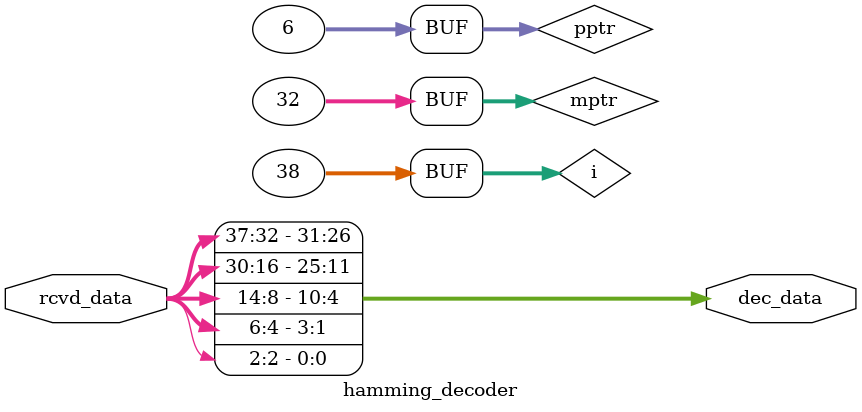
<source format=v>

module hamming_decoder(input [37:0] rcvd_data, output reg [31:0] dec_data);
    integer i, pptr, mptr;
    always@(*) begin
        mptr=0;
        pptr=0;
        for(i=0; i<38; i=i+1) begin
            if(i==(2**(pptr)-1)) begin
                pptr=pptr+1;
            end
            else begin
                dec_data[mptr]=rcvd_data[i];
                mptr=mptr+1;
            end
        end
    end
endmodule
</source>
